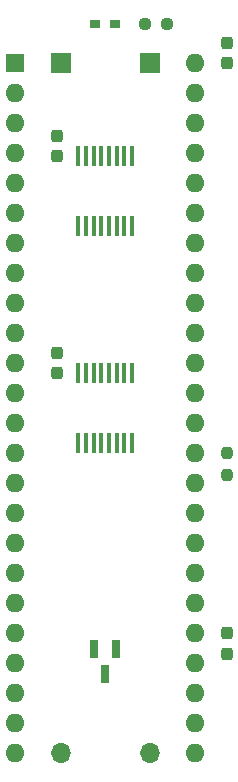
<source format=gbr>
G04 #@! TF.GenerationSoftware,KiCad,Pcbnew,9.0.6-9.0.6~ubuntu25.10.1*
G04 #@! TF.CreationDate,2025-12-24T18:24:09+09:00*
G04 #@! TF.ProjectId,bionic-ns32016,62696f6e-6963-42d6-9e73-33323031362e,2*
G04 #@! TF.SameCoordinates,Original*
G04 #@! TF.FileFunction,Soldermask,Top*
G04 #@! TF.FilePolarity,Negative*
%FSLAX46Y46*%
G04 Gerber Fmt 4.6, Leading zero omitted, Abs format (unit mm)*
G04 Created by KiCad (PCBNEW 9.0.6-9.0.6~ubuntu25.10.1) date 2025-12-24 18:24:09*
%MOMM*%
%LPD*%
G01*
G04 APERTURE LIST*
G04 Aperture macros list*
%AMRoundRect*
0 Rectangle with rounded corners*
0 $1 Rounding radius*
0 $2 $3 $4 $5 $6 $7 $8 $9 X,Y pos of 4 corners*
0 Add a 4 corners polygon primitive as box body*
4,1,4,$2,$3,$4,$5,$6,$7,$8,$9,$2,$3,0*
0 Add four circle primitives for the rounded corners*
1,1,$1+$1,$2,$3*
1,1,$1+$1,$4,$5*
1,1,$1+$1,$6,$7*
1,1,$1+$1,$8,$9*
0 Add four rect primitives between the rounded corners*
20,1,$1+$1,$2,$3,$4,$5,0*
20,1,$1+$1,$4,$5,$6,$7,0*
20,1,$1+$1,$6,$7,$8,$9,0*
20,1,$1+$1,$8,$9,$2,$3,0*%
G04 Aperture macros list end*
%ADD10R,0.355600X1.778000*%
%ADD11R,0.965200X0.762000*%
%ADD12RoundRect,0.237500X-0.237500X0.300000X-0.237500X-0.300000X0.237500X-0.300000X0.237500X0.300000X0*%
%ADD13RoundRect,0.237500X0.237500X-0.250000X0.237500X0.250000X-0.237500X0.250000X-0.237500X-0.250000X0*%
%ADD14R,1.600000X1.600000*%
%ADD15O,1.600000X1.600000*%
%ADD16RoundRect,0.237500X0.237500X-0.300000X0.237500X0.300000X-0.237500X0.300000X-0.237500X-0.300000X0*%
%ADD17R,0.660400X1.625600*%
%ADD18RoundRect,0.237500X-0.250000X-0.237500X0.250000X-0.237500X0.250000X0.237500X-0.250000X0.237500X0*%
%ADD19O,1.700000X1.700000*%
%ADD20R,1.700000X1.700000*%
G04 APERTURE END LIST*
D10*
X111425001Y-101318200D03*
X112075002Y-101318200D03*
X112725001Y-101318200D03*
X113375002Y-101318200D03*
X114025001Y-101318200D03*
X114674999Y-101318200D03*
X115325001Y-101318200D03*
X115974999Y-101318200D03*
X115974999Y-107261800D03*
X115324998Y-107261800D03*
X114674999Y-107261800D03*
X114024998Y-107261800D03*
X113374999Y-107261800D03*
X112725001Y-107261800D03*
X112074999Y-107261800D03*
X111425001Y-107261800D03*
X111425001Y-88872200D03*
X112074999Y-88872200D03*
X112725001Y-88872200D03*
X113374999Y-88872200D03*
X114024998Y-88872200D03*
X114674999Y-88872200D03*
X115324998Y-88872200D03*
X115974999Y-88872200D03*
X115974999Y-82928600D03*
X115325001Y-82928600D03*
X114674999Y-82928600D03*
X114025001Y-82928600D03*
X113375002Y-82928600D03*
X112725001Y-82928600D03*
X112075002Y-82928600D03*
X111425001Y-82928600D03*
D11*
X114576300Y-71778000D03*
X112823700Y-71778000D03*
D12*
X123987000Y-123342200D03*
X123987000Y-125067200D03*
D13*
X124012400Y-109926900D03*
X124012400Y-108101900D03*
D14*
X106080000Y-75080000D03*
D15*
X106080000Y-77620000D03*
X106080000Y-80160000D03*
X106080000Y-82700000D03*
X106080000Y-85240000D03*
X106080000Y-87780000D03*
X106080000Y-90320000D03*
X106080000Y-92860000D03*
X106080000Y-95400000D03*
X106080000Y-97940000D03*
X106080000Y-100480000D03*
X106080000Y-103020000D03*
X106080000Y-105560000D03*
X106080000Y-108100000D03*
X106080000Y-110640000D03*
X106080000Y-113180000D03*
X106080000Y-115720000D03*
X106080000Y-118260000D03*
X106080000Y-120800000D03*
X106080000Y-123340000D03*
X106080000Y-125880000D03*
X106080000Y-128420000D03*
X106080000Y-130960000D03*
X106080000Y-133500000D03*
X121320000Y-133500000D03*
X121320000Y-130960000D03*
X121320000Y-128420000D03*
X121320000Y-125880000D03*
X121320000Y-123340000D03*
X121320000Y-120800000D03*
X121320000Y-118260000D03*
X121320000Y-115720000D03*
X121320000Y-113180000D03*
X121320000Y-110640000D03*
X121320000Y-108100000D03*
X121320000Y-105560000D03*
X121320000Y-103020000D03*
X121320000Y-100480000D03*
X121320000Y-97940000D03*
X121320000Y-95400000D03*
X121320000Y-92860000D03*
X121320000Y-90320000D03*
X121320000Y-87780000D03*
X121320000Y-85240000D03*
X121320000Y-82700000D03*
X121320000Y-80160000D03*
X121320000Y-77620000D03*
X121320000Y-75080000D03*
D16*
X109636000Y-82927500D03*
X109636000Y-81202500D03*
X109610600Y-101318200D03*
X109610600Y-99593200D03*
X123987000Y-75080000D03*
X123987000Y-73355000D03*
D17*
X114650001Y-124637000D03*
X112749999Y-124637000D03*
X113700000Y-126769000D03*
D18*
X117105500Y-71778000D03*
X118930500Y-71778000D03*
D19*
X117489200Y-133500000D03*
D20*
X117489200Y-75080000D03*
X109936200Y-75080000D03*
D19*
X109936200Y-133500000D03*
M02*

</source>
